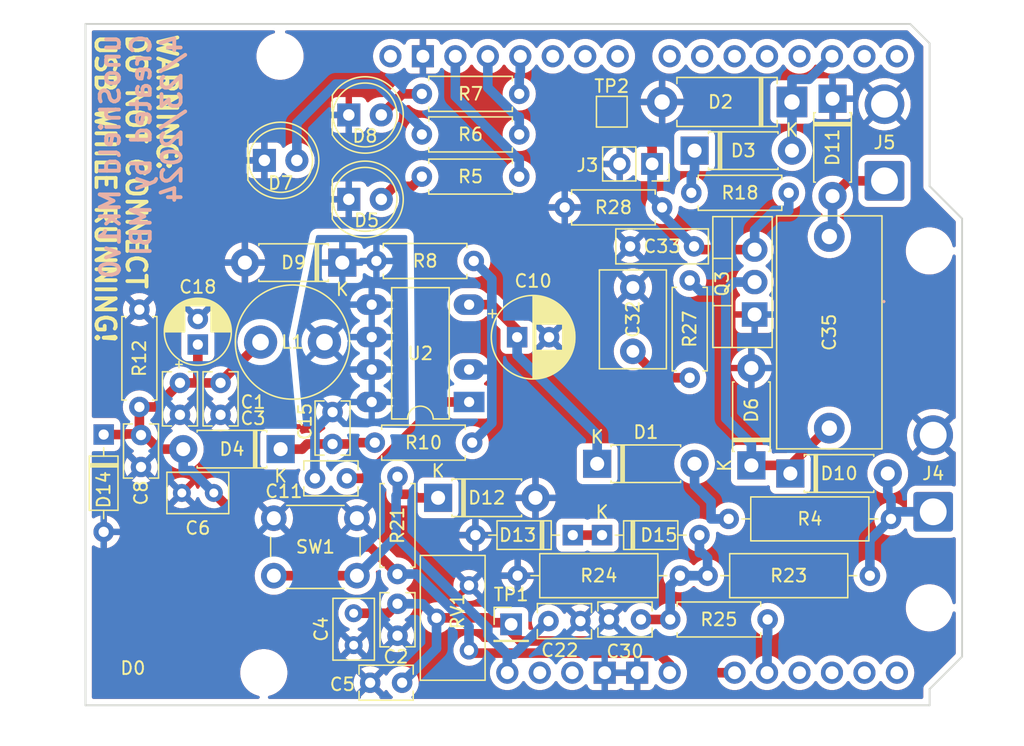
<source format=kicad_pcb>
(kicad_pcb (version 20240108) (generator "pcbnew") (generator_version "8.0")
  (layers (0 "F.Cu" signal) (31 "B.Cu" signal) (34 "B.Paste" user) (35 "F.Paste" user) (36 "B.SilkS" user "B.Silkscreen") (37 "F.SilkS" user "F.Silkscreen") (38 "B.Mask" user) (39 "F.Mask" user) (44 "Edge.Cuts" user))
  (net 0 "")
  (net 6 "/LED1")
  (net 8 "/IN_P")
  (net 10 "GND")
  (net 11 "/RESET")
  (net 12 "+5V")
  (net 13 "/GATE")
  (net 16 "/LED0")
  (net 23 "/LED2")
  (net 26 "Net-(D1-K)")
  (net 27 "Net-(U2-BP{slash}M)")
  (net 28 "Net-(D9-K)")
  (net 29 "Net-(D15-A)")
  (net 30 "/SNUBBER")
  (net 31 "/GATE_OUT")
  (net 32 "/CAP_IN")
  (net 33 "/CAP_OUT")
  (net 34 "Net-(D1-A)")
  (net 35 "Net-(D3-K)")
  (net 36 "Net-(D5-A)")
  (net 37 "Net-(D7-A)")
  (net 38 "Net-(D8-A)")
  (net 39 "LINE")
  (net 40 "Net-(U2-FB)")
  (net 41 "/IN_N")
  (net 42 "Net-(D4-K)")
  (net 43 "Net-(D13-K)")
  (footprint "Resistor_THT:R_Axial_DIN0207_L6.3mm_D2.5mm_P7.62mm_Horizontal" (layer "F.Cu") (at 147.828 65.024)
    (property "Reference" "R7" (at 3.81 0 0) (layer "F.SilkS"))
    (property "Value" "220")
    (pad "1" thru_hole circle (at 0 0) (size 1.6 1.6) (drill 0.8) (layers "*.Cu" "*.Mask") (net 38 "Net-(D8-A)"))
    (pad "2" thru_hole oval (at 7.62 0) (size 1.6 1.6) (drill 0.8) (layers "*.Cu" "*.Mask") (net 23 "/LED2"))
  )
  (footprint "Resistor_THT:R_Axial_DIN0207_L6.3mm_D2.5mm_P7.62mm_Horizontal" (layer "F.Cu") (at 167.259 106.172)
    (property "Reference" "R25" (at 3.81 0 0) (layer "F.SilkS"))
    (property "Value" "1k")
    (pad "1" thru_hole circle (at 0 0) (size 1.6 1.6) (drill 0.8) (layers "*.Cu" "*.Mask") (net 29 "Net-(D15-A)"))
    (pad "2" thru_hole oval (at 7.62 0) (size 1.6 1.6) (drill 0.8) (layers "*.Cu" "*.Mask") (net 41 "/IN_N"))
  )
  (footprint "Resistor_THT:R_Axial_DIN0309_L9.0mm_D3.2mm_P12.70mm_Horizontal" (layer "F.Cu") (at 168.021 102.743 180)
    (property "Reference" "R24" (at 6.35 0 180) (layer "F.SilkS"))
    (property "Value" "3.6k")
    (pad "1" thru_hole circle (at 0 0 180) (size 1.6 1.6) (drill 0.8) (layers "*.Cu" "*.Mask") (net 29 "Net-(D15-A)"))
    (pad "2" thru_hole oval (at 12.7 0 180) (size 1.6 1.6) (drill 0.8) (layers "*.Cu" "*.Mask") (net 10 "GND"))
  )
  (footprint "Capacitor_THT:C_Rect_L4.0mm_W2.5mm_P2.50mm" (layer "F.Cu") (at 125.857 91.734 -90)
    (property "Reference" "C8" (at 4.532 0 90) (layer "F.SilkS"))
    (property "Value" "10n")
    (pad "1" thru_hole circle (at 0 0 270) (size 1.6 1.6) (drill 0.8) (layers "*.Cu" "*.Mask") (net 12 "+5V"))
    (pad "2" thru_hole circle (at 2.5 0 270) (size 1.6 1.6) (drill 0.8) (layers "*.Cu" "*.Mask") (net 10 "GND"))
  )
  (footprint "Button_Switch_THT:SW_PUSH_6mm" (layer "F.Cu") (at 142.748 102.743 180)
    (property "Reference" "SW1" (at 3.25 2.25 180) (layer "F.SilkS"))
    (property "Value" "SW_Push")
    (pad "1" thru_hole circle (at 0 0 270) (size 2 2) (drill 1.1) (layers "*.Cu" "*.Mask") (net 11 "/RESET"))
    (pad "1" thru_hole circle (at 6.5 0 270) (size 2 2) (drill 1.1) (layers "*.Cu" "*.Mask") (net 11 "/RESET"))
    (pad "2" thru_hole circle (at 0 4.5 270) (size 2 2) (drill 1.1) (layers "*.Cu" "*.Mask") (net 10 "GND"))
    (pad "2" thru_hole circle (at 6.5 4.5 270) (size 2 2) (drill 1.1) (layers "*.Cu" "*.Mask") (net 10 "GND"))
  )
  (footprint "Resistor_THT:R_Axial_DIN0309_L9.0mm_D3.2mm_P12.70mm_Horizontal" (layer "F.Cu") (at 182.88 102.743 180)
    (property "Reference" "R23" (at 6.35 0 180) (layer "F.SilkS"))
    (property "Value" "476.4k")
    (pad "1" thru_hole circle (at 0 0 180) (size 1.6 1.6) (drill 0.8) (layers "*.Cu" "*.Mask") (net 39 "LINE"))
    (pad "2" thru_hole oval (at 12.7 0 180) (size 1.6 1.6) (drill 0.8) (layers "*.Cu" "*.Mask") (net 29 "Net-(D15-A)"))
  )
  (footprint "Resistor_THT:R_Axial_DIN0207_L6.3mm_D2.5mm_P7.62mm_Horizontal" (layer "F.Cu") (at 168.783 79.629 -90)
    (property "Reference" "R27" (at 3.81 0 90) (layer "F.SilkS"))
    (property "Value" "27")
    (pad "1" thru_hole circle (at 0 0 270) (size 1.6 1.6) (drill 0.8) (layers "*.Cu" "*.Mask") (net 32 "/CAP_IN"))
    (pad "2" thru_hole oval (at 7.62 0 270) (size 1.6 1.6) (drill 0.8) (layers "*.Cu" "*.Mask") (net 30 "/SNUBBER"))
  )
  (footprint "Diode_THT:D_DO-35_SOD27_P7.62mm_Horizontal" (layer "F.Cu") (at 122.936 91.694 -90)
    (property "Reference" "D14" (at 4.318 0 90) (layer "F.SilkS"))
    (property "Value" "1N5231B")
    (pad "1" thru_hole rect (at 0 0 270) (size 1.6 1.6) (drill 0.8) (layers "*.Cu" "*.Mask") (net 12 "+5V"))
    (pad "2" thru_hole oval (at 7.62 0 270) (size 1.6 1.6) (drill 0.8) (layers "*.Cu" "*.Mask") (net 10 "GND"))
  )
  (footprint "Capacitor_THT:C_Rect_L18.0mm_W8.0mm_P15.00mm_FKS3_FKP3" (layer "F.Cu") (at 179.705 91.193 90)
    (property "Reference" "C35" (at 7.5 0 -90) (layer "F.SilkS"))
    (property "Value" "1u 400v")
    (pad "1" thru_hole circle (at 0 0 90) (size 2.4 2.4) (drill 1.2) (layers "*.Cu" "*.Mask") (net 32 "/CAP_IN"))
    (pad "2" thru_hole circle (at 15 0 90) (size 2.4 2.4) (drill 1.2) (layers "*.Cu" "*.Mask") (net 33 "/CAP_OUT"))
  )
  (footprint "LED_THT:LED_D5.0mm" (layer "F.Cu") (at 142.113 73.279)
    (property "Reference" "D5" (at 1.397 1.651 0) (layer "F.SilkS"))
    (property "Value" "LED")
    (pad "1" thru_hole rect (at 0 0) (size 1.8 1.8) (drill 0.9) (layers "*.Cu" "*.Mask") (net 10 "GND"))
    (pad "2" thru_hole circle (at 2.54 0) (size 1.8 1.8) (drill 0.9) (layers "*.Cu" "*.Mask") (net 36 "Net-(D5-A)"))
  )
  (footprint "Resistor_THT:R_Axial_DIN0309_L9.0mm_D3.2mm_P12.70mm_Horizontal" (layer "F.Cu") (at 184.531 98.298 180)
    (property "Reference" "R4" (at 6.35 0 180) (layer "F.SilkS"))
    (property "Value" "470")
    (pad "1" thru_hole circle (at 0 0 180) (size 1.6 1.6) (drill 0.8) (layers "*.Cu" "*.Mask") (net 39 "LINE"))
    (pad "2" thru_hole oval (at 12.7 0 180) (size 1.6 1.6) (drill 0.8) (layers "*.Cu" "*.Mask") (net 34 "Net-(D1-A)"))
  )
  (footprint "Diode_THT:D_DO-35_SOD27_P7.62mm_Horizontal" (layer "F.Cu") (at 161.925 99.568)
    (property "Reference" "D15" (at 4.445 0 0) (layer "F.SilkS"))
    (property "Value" "1N5231B")
    (fp_text user "K" (at 0 -1.8 0) (layer "F.SilkS"))
    (pad "1" thru_hole rect (at 0 0) (size 1.6 1.6) (drill 0.8) (layers "*.Cu" "*.Mask") (net 43 "Net-(D13-K)"))
    (pad "2" thru_hole oval (at 7.62 0) (size 1.6 1.6) (drill 0.8) (layers "*.Cu" "*.Mask") (net 29 "Net-(D15-A)"))
  )
  (footprint "Capacitor_THT:C_Rect_L4.0mm_W2.5mm_P2.50mm" (layer "F.Cu") (at 157.734 106.299)
    (property "Reference" "C22" (at 0.889 2.286 0) (layer "F.SilkS"))
    (property "Value" "10u")
    (pad "1" thru_hole circle (at 0 0) (size 1.6 1.6) (drill 0.8) (layers "*.Cu" "*.Mask") (net 11 "/RESET"))
    (pad "2" thru_hole circle (at 2.5 0) (size 1.6 1.6) (drill 0.8) (layers "*.Cu" "*.Mask") (net 10 "GND"))
  )
  (footprint "Resistor_THT:R_Axial_DIN0207_L6.3mm_D2.5mm_P7.62mm_Horizontal" (layer "F.Cu") (at 147.828 68.199)
    (property "Reference" "R6" (at 3.81 0 0) (layer "F.SilkS"))
    (property "Value" "220")
    (pad "1" thru_hole circle (at 0 0) (size 1.6 1.6) (drill 0.8) (layers "*.Cu" "*.Mask") (net 37 "Net-(D7-A)"))
    (pad "2" thru_hole oval (at 7.62 0) (size 1.6 1.6) (drill 0.8) (layers "*.Cu" "*.Mask") (net 6 "/LED1"))
  )
  (footprint "Capacitor_THT:CP_Radial_D6.3mm_P2.50mm" (layer "F.Cu") (at 155.2816 84.074)
    (property "Reference" "C10" (at 1.25 -4.4 0) (layer "F.SilkS"))
    (property "Value" "2.2u 400v")
    (pad "1" thru_hole rect (at 0 0) (size 1.6 1.6) (drill 0.8) (layers "*.Cu" "*.Mask") (net 26 "Net-(D1-K)"))
    (pad "2" thru_hole circle (at 2.5 0) (size 1.6 1.6) (drill 0.8) (layers "*.Cu" "*.Mask") (net 10 "GND"))
  )
  (footprint "Capacitor_THT:C_Rect_L4.6mm_W3.0mm_P2.50mm_MKS02_FKP02" (layer "F.Cu") (at 131.552 96.266 180)
    (property "Reference" "C6" (at 1.25 -2.75 180) (layer "F.SilkS"))
    (property "Value" "u1")
    (pad "1" thru_hole circle (at 0 0 180) (size 1.4 1.4) (drill 0.7) (layers "*.Cu" "*.Mask") (net 12 "+5V"))
    (pad "2" thru_hole circle (at 2.5 0 180) (size 1.4 1.4) (drill 0.7) (layers "*.Cu" "*.Mask") (net 10 "GND"))
  )
  (footprint "Connector_Wire:SolderWire-1.5sqmm_1x02_P6mm_D1.7mm_OD3mm" (layer "F.Cu") (at 184.023 71.834 90)
    (property "Reference" "J5" (at 3 0 0) (layer "F.SilkS"))
    (property "Value" "CDI")
    (pad "1" thru_hole roundrect (at 0 0 90) (size 3.1 3.1) (drill 2.1) (layers "*.Cu" "*.Mask") (roundrect_rratio 0.080645) (net 33 "/CAP_OUT"))
    (pad "2" thru_hole circle (at 6 0 90) (size 3.1 3.1) (drill 2.1) (layers "*.Cu" "*.Mask") (net 10 "GND"))
  )
  (footprint "Capacitor_THT:C_Rect_L4.0mm_W2.5mm_P2.50mm" (layer "F.Cu") (at 141.966 95.123 180)
    (property "Reference" "C11" (at 4.933 -1.016 180) (layer "F.SilkS"))
    (property "Value" "1u 35v")
    (pad "1" thru_hole circle (at 0 0 180) (size 1.6 1.6) (drill 0.8) (layers "*.Cu" "*.Mask") (net 27 "Net-(U2-BP{slash}M)"))
    (pad "2" thru_hole circle (at 2.5 0 180) (size 1.6 1.6) (drill 0.8) (layers "*.Cu" "*.Mask") (net 28 "Net-(D9-K)"))
  )
  (footprint "LED_THT:LED_D5.0mm" (layer "F.Cu") (at 135.509 70.231)
    (property "Reference" "D7" (at 1.27 1.778 0) (layer "F.SilkS"))
    (property "Value" "LED")
    (pad "1" thru_hole rect (at 0 0) (size 1.8 1.8) (drill 0.9) (layers "*.Cu" "*.Mask") (net 10 "GND"))
    (pad "2" thru_hole circle (at 2.54 0) (size 1.8 1.8) (drill 0.9) (layers "*.Cu" "*.Mask") (net 37 "Net-(D7-A)"))
  )
  (footprint "Resistor_THT:R_Axial_DIN0207_L6.3mm_D2.5mm_P7.62mm_Horizontal" (layer "F.Cu") (at 145.923 102.616 90)
    (property "Reference" "R21" (at 3.81 0 -90) (layer "F.SilkS"))
    (property "Value" "10k")
    (pad "1" thru_hole circle (at 0 0 90) (size 1.6 1.6) (drill 0.8) (layers "*.Cu" "*.Mask") (net 12 "+5V"))
    (pad "2" thru_hole oval (at 7.62 0 90) (size 1.6 1.6) (drill 0.8) (layers "*.Cu" "*.Mask") (net 11 "/RESET"))
  )
  (footprint "Capacitor_THT:C_Disc_D7.5mm_W5.0mm_P5.00mm" (layer "F.Cu") (at 164.338 85.177 90)
    (property "Reference" "C32" (at 2.5 0 -90) (layer "F.SilkS"))
    (property "Value" "22p 300v")
    (pad "1" thru_hole circle (at 0 0 90) (size 2 2) (drill 1) (layers "*.Cu" "*.Mask") (net 30 "/SNUBBER"))
    (pad "2" thru_hole circle (at 5 0 90) (size 2 2) (drill 1) (layers "*.Cu" "*.Mask") (net 10 "GND"))
  )
  (footprint "Diode_THT:D_DO-41_SOD81_P7.62mm_Horizontal" (layer "F.Cu") (at 149.098 96.647)
    (property "Reference" "D12" (at 3.81 0 0) (layer "F.SilkS"))
    (property "Value" "1N5819")
    (fp_text user "K" (at 0 -2.1 0) (layer "F.SilkS"))
    (pad "1" thru_hole rect (at 0 0) (size 2.2 2.2) (drill 1.1) (layers "*.Cu" "*.Mask") (net 11 "/RESET"))
    (pad "2" thru_hole oval (at 7.62 0) (size 2.2 2.2) (drill 1.1) (layers "*.Cu" "*.Mask") (net 10 "GND"))
  )
  (footprint "Package_DIP:PowerIntegrations_PDIP-8C" (layer "F.Cu") (at 151.526 89.144 180)
    (property "Reference" "U2" (at 3.825 3.8 180) (layer "F.SilkS"))
    (property "Value" "LNK3206D")
    (pad "1" thru_hole rect (at 0 0 180) (size 2.4 1.6) (drill 0.8) (layers "*.Cu" "*.Mask") (net 27 "Net-(U2-BP{slash}M)"))
    (pad "2" thru_hole oval (at 0 2.54 180) (size 2.4 1.6) (drill 0.8) (layers "*.Cu" "*.Mask") (net 40 "Net-(U2-FB)"))
    (pad "4" thru_hole oval (at 0 7.62 180) (size 2.4 1.6) (drill 0.8) (layers "*.Cu" "*.Mask") (net 26 "Net-(D1-K)"))
    (pad "5" thru_hole oval (at 7.62 7.62 180) (size 2.4 1.6) (drill 0.8) (layers "*.Cu" "*.Mask") (net 28 "Net-(D9-K)"))
    (pad "6" thru_hole oval (at 7.62 5.08 180) (size 2.4 1.6) (drill 0.8) (layers "*.Cu" "*.Mask") (net 28 "Net-(D9-K)"))
    (pad "7" thru_hole oval (at 7.62 2.54 180) (size 2.4 1.6) (drill 0.8) (layers "*.Cu" "*.Mask") (net 28 "Net-(D9-K)"))
    (pad "8" thru_hole oval (at 7.62 0 180) (size 2.4 1.6) (drill 0.8) (layers "*.Cu" "*.Mask") (net 28 "Net-(D9-K)"))
  )
  (footprint "Diode_THT:D_DO-15_P10.16mm_Horizontal" (layer "F.Cu") (at 176.784 65.659 180)
    (property "Reference" "D2" (at 5.588 0 180) (layer "F.SilkS"))
    (property "Value" "SA5.0A-TP")
    (fp_text user "K" (at 0 -2.2 180) (layer "F.SilkS"))
    (pad "1" thru_hole rect (at 0 0 180) (size 2.4 2.4) (drill 1.2) (layers "*.Cu" "*.Mask") (net 13 "/GATE"))
    (pad "2" thru_hole oval (at 10.16 0 180) (size 2.4 2.4) (drill 1.2) (layers "*.Cu" "*.Mask") (net 10 "GND"))
  )
  (footprint "Resistor_THT:R_Axial_DIN0207_L6.3mm_D2.5mm_P7.62mm_Horizontal" (layer "F.Cu") (at 147.828 71.501)
    (property "Reference" "R5" (at 3.81 0 0) (layer "F.SilkS"))
    (property "Value" "220")
    (pad "1" thru_hole circle (at 0 0) (size 1.6 1.6) (drill 0.8) (layers "*.Cu" "*.Mask") (net 36 "Net-(D5-A)"))
    (pad "2" thru_hole oval (at 7.62 0) (size 1.6 1.6) (drill 0.8) (layers "*.Cu" "*.Mask") (net 16 "/LED0"))
  )
  (footprint "Capacitor_THT:C_Rect_L4.0mm_W2.5mm_P2.50mm" (layer "F.Cu") (at 164.973 106.172 180)
    (property "Reference" "C30" (at 1.25 -2.5 180) (layer "F.SilkS"))
    (property "Value" "10n")
    (pad "1" thru_hole circle (at 0 0 180) (size 1.6 1.6) (drill 0.8) (layers "*.Cu" "*.Mask") (net 29 "Net-(D15-A)"))
    (pad "2" thru_hole circle (at 2.5 0 180) (size 1.6 1.6) (drill 0.8) (layers "*.Cu" "*.Mask") (net 10 "GND"))
  )
  (footprint "Diode_THT:D_DO-35_SOD27_P7.62mm_Horizontal" (layer "F.Cu") (at 159.639 99.568 180)
    (property "Reference" "D13" (at 4.318 0 180) (layer "F.SilkS"))
    (property "Value" "1N5231B")
    (pad "1" thru_hole rect (at 0 0 180) (size 1.6 1.6) (drill 0.8) (layers "*.Cu" "*.Mask") (net 43 "Net-(D13-K)"))
    (pad "2" thru_hole oval (at 7.62 0 180) (size 1.6 1.6) (drill 0.8) (layers "*.Cu" "*.Mask") (net 10 "GND"))
  )
  (footprint "Diode_THT:D_DO-41_SOD81_P7.62mm_Horizontal" (layer "F.Cu") (at 161.544 93.98)
    (property "Reference" "D1" (at 3.81 -2.47 0) (layer "F.SilkS"))
    (property "Value" "1N4007")
    (fp_text user "K" (at 0 -2.1 0) (layer "F.SilkS"))
    (pad "1" thru_hole rect (at 0 0) (size 2.2 2.2) (drill 1.1) (layers "*.Cu" "*.Mask") (net 26 "Net-(D1-K)"))
    (pad "2" thru_hole oval (at 7.62 0) (size 2.2 2.2) (drill 1.1) (layers "*.Cu" "*.Mask") (net 34 "Net-(D1-A)"))
  )
  (footprint "Resistor_THT:R_Axial_DIN0207_L6.3mm_D2.5mm_P7.62mm_Horizontal" (layer "F.Cu") (at 151.892 78.105 180)
    (property "Reference" "R8" (at 3.81 0 180) (layer "F.SilkS"))
    (property "Value" "2k 1%")
    (pad "1" thru_hole circle (at 0 0 180) (size 1.6 1.6) (drill 0.8) (layers "*.Cu" "*.Mask") (net 40 "Net-(U2-FB)"))
    (pad "2" thru_hole oval (at 7.62 0 180) (size 1.6 1.6) (drill 0.8) (layers "*.Cu" "*.Mask") (net 28 "Net-(D9-K)"))
  )
  (footprint "Inductor_THT:L_Radial_D8.7mm_P5.00mm_Fastron_07HCP" (layer "F.Cu") (at 140.208 84.455 180)
    (property "Reference" "L1" (at 2.5 0 180) (layer "F.SilkS"))
    (property "Value" "3300uH")
    (pad "1" thru_hole circle (at 0 0 180) (size 2.6 2.6) (drill 1.3) (layers "*.Cu" "*.Mask") (net 28 "Net-(D9-K)"))
    (pad "2" thru_hole circle (at 5 0 180) (size 2.6 2.6) (drill 1.3) (layers "*.Cu" "*.Mask") (net 12 "+5V"))
  )
  (footprint "TestPoint:TestPoint_Pad_2.0x2.0mm" (layer "F.Cu") (at 162.687 66.421)
    (property "Reference" "TP2" (at 0 -1.998 0) (layer "F.SilkS"))
    (property "Value" "GATE_OUT")
    (pad "1" smd rect (at 0 0) (size 2 2) (layers "F.Cu" "F.Mask") (net 31 "/GATE_OUT"))
  )
  (footprint "Diode_THT:D_DO-41_SOD81_P7.62mm_Horizontal" (layer "F.Cu") (at 141.605 78.232 180)
    (property "Reference" "D9" (at 3.81 0 180) (layer "F.SilkS"))
    (property "Value" "1N4937")
    (fp_text user "K" (at 0 -2.1 180) (layer "F.SilkS"))
    (pad "1" thru_hole rect (at 0 0 180) (size 2.2 2.2) (drill 1.1) (layers "*.Cu" "*.Mask") (net 28 "Net-(D9-K)"))
    (pad "2" thru_hole oval (at 7.62 0 180) (size 2.2 2.2) (drill 1.1) (layers "*.Cu" "*.Mask") (net 10 "GND"))
  )
  (footprint "Capacitor_THT:C_Disc_D7.0mm_W2.5mm_P5.00mm" (layer "F.Cu") (at 169.124 76.962 180)
    (property "Reference" "C33" (at 2.5 0 180) (layer "F.SilkS"))
    (property "Value" "1n 300v")
    (pad "1" thru_hole circle (at 0 0 180) (size 1.6 1.6) (drill 0.8) (layers "*.Cu" "*.Mask") (net 31 "/GATE_OUT"))
    (pad "2" thru_hole circle (at 5 0 180) (size 1.6 1.6) (drill 0.8) (layers "*.Cu" "*.Mask") (net 10 "GND"))
  )
  (footprint "Potentiometer_THT:Potentiometer_Bourns_3296Y_Vertical" (layer "F.Cu") (at 151.516 108.585 -90)
    (property "Reference" "RV1" (at -3.048 0.894 90) (layer "F.SilkS"))
    (property "Value" "100k")
    (pad "1" thru_hole circle (at 0 0 270) (size 1.44 1.44) (drill 0.8) (layers "*.Cu" "*.Mask") (net 12 "+5V"))
    (pad "2" thru_hole circle (at -2.54 2.54 270) (size 1.44 1.44) (drill 0.8) (layers "*.Cu" "*.Mask") (net 8 "/IN_P"))
    (pad "3" thru_hole circle (at -5.08 0 270) (size 1.44 1.44) (drill 0.8) (layers "*.Cu" "*.Mask") (net 10 "GND"))
  )
  (footprint "Resistor_THT:R_Axial_DIN0207_L6.3mm_D2.5mm_P7.62mm_Horizontal" (layer "F.Cu") (at 125.73 81.915 -90)
    (property "Reference" "R12" (at 3.81 0 90) (layer "F.SilkS"))
    (property "Value" "680")
    (pad "1" thru_hole circle (at 0 0 270) (size 1.6 1.6) (drill 0.8) (layers "*.Cu" "*.Mask") (net 10 "GND"))
    (pad "2" thru_hole oval (at 7.62 0 270) (size 1.6 1.6) (drill 0.8) (layers "*.Cu" "*.Mask") (net 12 "+5V"))
  )
  (footprint "Resistor_THT:R_Axial_DIN0207_L6.3mm_D2.5mm_P7.62mm_Horizontal" (layer "F.Cu") (at 166.624 73.914 180)
    (property "Reference" "R28" (at 3.81 0 180) (layer "F.SilkS"))
    (property "Value" "1k")
    (pad "1" thru_hole circle (at 0 0 180) (size 1.6 1.6) (drill 0.8) (layers "*.Cu" "*.Mask") (net 31 "/GATE_OUT"))
    (pad "2" thru_hole oval (at 7.62 0 180) (size 1.6 1.6) (drill 0.8) (layers "*.Cu" "*.Mask") (net 10 "GND"))
  )
  (footprint "Diode_THT:D_DO-41_SOD81_P7.62mm_Horizontal" (layer "F.Cu") (at 169.164 69.469)
    (property "Reference" "D3" (at 3.81 0 0) (layer "F.SilkS"))
    (property "Value" "1N5819")
    (pad "1" thru_hole rect (at 0 0) (size 2.2 2.2) (drill 1.1) (layers "*.Cu" "*.Mask") (net 35 "Net-(D3-K)"))
    (pad "2" thru_hole oval (at 7.62 0) (size 2.2 2.2) (drill 1.1) (layers "*.Cu" "*.Mask") (net 13 "/GATE"))
  )
  (footprint "Capacitor_THT:CP_Radial_D5.0mm_P2.00mm" (layer "F.Cu") (at 130.302 84.6481 90)
    (property "Reference" "C18" (at 4.5111 0 0) (layer "F.SilkS"))
    (property "Value" "100u 10v")
    (pad "1" thru_hole rect (at 0 0 90) (size 1.6 1.6) (drill 0.8) (layers "*.Cu" "*.Mask") (net 12 "+5V"))
    (pad "2" thru_hole circle (at 2 0 90) (size 1.6 1.6) (drill 0.8) (layers "*.Cu" "*.Mask") (net 10 "GND"))
  )
  (footprint "Capacitor_THT:C_Rect_L4.6mm_W3.0mm_P2.50mm_MKS02_FKP02" (layer "F.Cu") (at 142.494 105.684 -90)
    (property "Reference" "C4" (at 1.25 2.54 90) (layer "F.SilkS"))
    (property "Value" "u1")
    (pad "1" thru_hole circle (at 0 0 270) (size 1.4 1.4) (drill 0.7) (layers "*.Cu" "*.Mask") (net 8 "/IN_P"))
    (pad "2" thru_hole circle (at 2.5 0 270) (size 1.4 1.4) (drill 0.7) (layers "*.Cu" "*.Mask") (net 10 "GND"))
  )
  (footprint "Resistor_THT:R_Axial_DIN0207_L6.3mm_D2.5mm_P7.62mm_Horizontal" (layer "F.Cu") (at 151.765 92.329 180)
    (property "Reference" "R10" (at 3.81 0 180) (layer "F.SilkS"))
    (property "Value" "2.94k 1%")
    (pad "1" thru_hole circle (at 0 0 180) (size 1.6 1.6) (drill 0.8) (layers "*.Cu" "*.Mask") (net 40 "Net-(U2-FB)"))
    (pad "2" thru_hole oval (at 7.62 0 180) (size 1.6 1.6) (drill 0.8) (layers "*.Cu" "*.Mask") (net 42 "Net-(D4-K)"))
  )
  (footprint "Connector_Wire:SolderWire-1.5sqmm_1x02_P6mm_D1.7mm_OD3mm" (layer "F.Cu") (at 187.833 97.742 90)
    (property "Reference" "J4" (at 3 0 0) (layer "F.SilkS"))
    (property "Value" "MAG")
    (pad "1" thru_hole roundrect (at 0 0 90) (size 3.1 3.1) (drill 2.1) (layers "*.Cu" "*.Mask") (roundrect_rratio 0.080645) (net 39 "LINE"))
    (pad "2" thru_hole circle (at 6 0 90) (size 3.1 3.1) (drill 2.1) (layers "*.Cu" "*.Mask") (net 10 "GND"))
  )
  (footprint "Capacitor_THT:C_Rect_L4.0mm_W2.5mm_P2.50mm" (layer "F.Cu") (at 140.843 92.436 90)
    (property "Reference" "C15" (at 1.758 -2.159 -90) (layer "F.SilkS"))
    (property "Value" "10u 16v")
    (pad "1" thru_hole circle (at 0 0 90) (size 1.6 1.6) (drill 0.8) (layers "*.Cu" "*.Mask") (net 42 "Net-(D4-K)"))
    (pad "2" thru_hole circle (at 2.5 0 90) (size 1.6 1.6) (drill 0.8) (layers "*.Cu" "*.Mask") (net 28 "Net-(D9-K)"))
  )
  (footprint "Diode_THT:D_DO-41_SOD81_P7.62mm_Horizontal" (layer "F.Cu") (at 179.959 65.405 -90)
    (property "Reference" "D11" (at 3.81 0 90) (layer "F.SilkS"))
    (property "Value" "1N4007")
    (pad "1" thru_hole rect (at 0 0 270) (size 2.2 2.2) (drill 1.1) (layers "*.Cu" "*.Mask") (net 10 "GND"))
    (pad "2" thru_hole oval (at 7.62 0 270) (size 2.2 2.2) (drill 1.1) (layers "*.Cu" "*.Mask") (net 33 "/CAP_OUT"))
  )
  (footprint "arduino-library:Arduino_Uno_R2_Shield" (layer "F.Cu") (at 121.494 112.8792)
    (property "Reference" "A2" (hide yes))
    (property "Value" "Arduino_Uno_R2_Shield")
    (fp_line (start 0.02 -53.33) (end 0.02 0.01) (stroke (width 0.15)) (layer "Edge.Cuts"))
    (fp_line (start 0.02 -53.33) (end 64.536 -53.33) (stroke (width 0.15)) (layer "Edge.Cuts"))
    (fp_line (start 0.02 0.01) (end 66.06 0.01) (stroke (width 0.15)) (layer "Edge.Cuts"))
    (fp_line (start 64.536 -53.33) (end 66.06 -51.806) (stroke (width 0.15)) (layer "Edge.Cuts"))
    (fp_line (start 66.06 -40.63) (end 66.06 -51.806) (stroke (width 0.15)) (layer "Edge.Cuts"))
    (fp_line (start 66.06 -1.26) (end 68.6 -3.8) (stroke (width 0.15)) (layer "Edge.Cuts"))
    (fp_line (start 66.06 0.01) (end 66.06 -1.26) (stroke (width 0.15)) (layer "Edge.Cuts"))
    (fp_line (start 68.6 -38.09) (end 66.06 -40.63) (stroke (width 0.15)) (layer "Edge.Cuts"))
    (fp_line (start 68.6 -3.8) (end 68.6 -38.09) (stroke (width 0.15)) (layer "Edge.Cuts"))
    (fp_text user "." (at 62.484 -32.004 0) (layer "B.SilkS"))
    (fp_text user "D0" (at 3.728 -2.8972 0) (layer "F.SilkS"))
    (pad "" np_thru_hole circle (at 13.97 -2.54) (size 3.2 3.2) (drill 3.2) (layers "*.Cu" "*.Mask"))
    (pad "" np_thru_hole circle (at 15.24 -50.8) (size 3.2 3.2) (drill 3.2) (layers "*.Cu" "*.Mask"))
    (pad "" np_thru_hole circle (at 66.04 -35.56) (size 3.2 3.2) (drill 3.2) (layers "*.Cu" "*.Mask"))
    (pad "" np_thru_hole circle (at 66.04 -7.62) (size 3.2 3.2) (drill 3.2) (layers "*.Cu" "*.Mask"))
    (pad "3V3" thru_hole oval (at 35.56 -2.54) (size 1.7272 1.7272) (drill 1.016) (layers "*.Cu" "*.Mask"))
    (pad "5V1" thru_hole oval (at 38.1 -2.54) (size 1.7272 1.7272) (drill 1.016) (layers "*.Cu" "*.Mask"))
    (pad "A0" thru_hole oval (at 50.8 -2.54) (size 1.7272 1.7272) (drill 1.016) (layers "*.Cu" "*.Mask") (net 8 "/IN_P"))
    (pad "A1" thru_hole oval (at 53.34 -2.54) (size 1.7272 1.7272) (drill 1.016) (layers "*.Cu" "*.Mask") (net 41 "/IN_N"))
    (pad "A2" thru_hole oval (at 55.88 -2.54) (size 1.7272 1.7272) (drill 1.016) (layers "*.Cu" "*.Mask"))
    (pad "A3" thru_hole oval (at 58.42 -2.54) (size 1.7272 1.7272) (drill 1.016) (layers "*.Cu" "*.Mask"))
    (pad "A4" thru_hole oval (at 60.96 -2.54) (size 1.7272 1.7272) (drill 1.016) (layers "*.Cu" "*.Mask"))
    (pad "A5" thru_hole oval (at 63.5 -2.54) (size 1.7272 1.7272) (drill 1.016) (layers "*.Cu" "*.Mask"))
    (pad "AREF" thru_hole oval (at 23.876 -50.8) (size 1.7272 1.7272) (drill 1.016) (layers "*.Cu" "*.Mask"))
    (pad "D0" thru_hole oval (at 63.5 -50.8) (size 1.7272 1.7272) (drill 1.016) (layers "*.Cu" "*.Mask"))
    (pad "D1" thru_hole oval (at 60.96 -50.8) (size 1.7272 1.7272) (drill 1.016) (layers "*.Cu" "*.Mask"))
    (pad "D2" thru_hole oval (at 58.42 -50.8) (size 1.7272 1.7272) (drill 1.016) (layers "*.Cu" "*.Mask") (net 13 "/GATE"))
    (pad "D3" thru_hole oval (at 55.88 -50.8) (size 1.7272 1.7272) (drill 1.016) (layers "*.Cu" "*.Mask"))
    (pad "D4" thru_hole oval (at 53.34 -50.8) (size 1.7272 1.7272) (drill 1.016) (layers "*.Cu" "*.Mask"))
    (pad "D5" thru_hole oval (at 50.8 -50.8) (size 1.7272 1.7272) (drill 1.016) (layers "*.Cu" "*.Mask"))
    (pad "D6" thru_hole oval (at 48.26 -50.8) (size 1.7272 1.7272) (drill 1.016) (layers "*.Cu" "*.Mask"))
    (pad "D7" thru_hole oval (at 45.72 -50.8) (size 1.7272 1.7272) (drill 1.016) (layers "*.Cu" "*.Mask"))
    (pad "D8" thru_hole oval (at 41.656 -50.8) (size 1.7272 1.7272) (drill 1.016) (layers "*.Cu" "*.Mask"))
    (pad "D9" thru_hole oval (at 39.116 -50.8) (size 1.7272 1.7272) (drill 1.016) (layers "*.Cu" "*.Mask"))
    (pad "D10" thru_hole oval (at 36.576 -50.8) (size 1.7272 1.7272) (drill 1.016) (layers "*.Cu" "*.Mask"))
    (pad "D11" thru_hole oval (at 34.036 -50.8) (size 1.7272 1.7272) (drill 1.016) (layers "*.Cu" "*.Mask") (net 23 "/LED2"))
    (pad "D12" thru_hole oval (at 31.496 -50.8) (size 1.7272 1.7272) (drill 1.016) (layers "*.Cu" "*.Mask") (net 6 "/LED1"))
    (pad "D13" thru_hole oval (at 28.956 -50.8) (size 1.7272 1.7272) (drill 1.016) (layers "*.Cu" "*.Mask") (net 16 "/LED0"))
    (pad "GND1" thru_hole rect (at 26.416 -50.8) (size 1.7272 1.7272) (drill 1.016) (layers "*.Cu" "*.Mask") (net 10 "GND"))
    (pad "GND2" thru_hole rect (at 40.64 -2.54) (size 1.7272 1.7272) (drill 1.016) (layers "*.Cu" "*.Mask") (net 10 "GND"))
    (pad "GND3" thru_hole rect (at 43.18 -2.54) (size 1.7272 1.7272) (drill 1.016) (layers "*.Cu" "*.Mask") (net 10 "GND"))
    (pad "RST1" thru_hole oval (at 33.02 -2.54) (size 1.7272 1.7272) (drill 1.016) (layers "*.Cu" "*.Mask") (net 11 "/RESET"))
    (pad "VIN" thru_hole oval (at 45.72 -2.54) (size 1.7272 1.7272) (drill 1.016) (layers "*.Cu" "*.Mask") (net 12 "+5V"))
  )
  (footprint "Diode_THT:D_DO-41_SOD81_P7.62mm_Horizontal" (layer "F.Cu") (at 173.609 94.107 90)
    (property "Reference" "D6" (at 4.318 0 -90) (layer "F.SilkS"))
    (property "Value" "1N4007")
    (fp_text user "K" (at 0 -2.1 -90) (layer "F.SilkS"))
    (pad "1" thru_hole rect (at 0 0 90) (size 2.2 2.2) (drill 1.1) (layers "*.Cu" "*.Mask") (net 32 "/CAP_IN"))
    (pad "2" thru_hole oval (at 7.62 0 90) (size 2.2 2.2) (drill 1.1) (layers "*.Cu" "*.Mask") (net 10 "GND"))
  )
  (footprint "LED_THT:LED_D5.0mm" (layer "F.Cu") (at 142.113 66.675)
    (property "Reference" "D8" (at 1.27 1.651 0) (layer "F.SilkS"))
    (property "Value" "LED")
    (pad "1" thru_hole rect (at 0 0) (size 1.8 1.8) (drill 0.9) (layers "*.Cu" "*.Mask") (net 10 "GND"))
    (pad "2" thru_hole circle (at 2.54 0) (size 1.8 1.8) (drill 0.9) (layers "*.Cu" "*.Mask") (net 38 "Net-(D8-A)"))
  )
  (footprint "Connector_PinSocket_2.54mm:PinSocket_1x02_P2.54mm_Vertical" (layer "F.Cu") (at 165.842 70.51 -90)
    (property "Reference" "J3" (at 0.102 5.06 180) (layer "F.SilkS"))
    (property "Value" "KILL")
    (pad "1" thru_hole rect (at 0 0 270) (size 1.7 1.7) (drill 1) (layers "*.Cu" "*.Mask") (net 31 "/GATE_OUT"))
    (pad "2" thru_hole oval (at 0 2.54 270) (size 1.7 1.7) (drill 1) (layers "*.Cu" "*.Mask") (net 10 "GND"))
  )
  (footprint "Capacitor_THT:C_Rect_L4.0mm_W2.5mm_P2.50mm" (layer "F.Cu") (at 146.284 111.125 180)
    (property "Reference" "C5" (at 4.679 -0.127 180) (layer "F.SilkS"))
    (property "Value" "10n")
    (pad "1" thru_hole circle (at 0 0 180) (size 1.6 1.6) (drill 0.8) (layers "*.Cu" "*.Mask") (net 8 "/IN_P"))
    (pad "2" thru_hole circle (at 2.5 0 180) (size 1.6 1.6) (drill 0.8) (layers "*.Cu" "*.Mask") (net 10 "GND"))
  )
  (footprint "Diode_THT:D_DO-41_SOD81_P7.62mm_Horizontal" (layer "F.Cu") (at 176.657 94.742)
    (property "Reference" "D10" (at 3.81 0 0) (layer "F.SilkS"))
    (property "Value" "1N4007")
    (pad "1" thru_hole rect (at 0 0) (size 2.2 2.2) (drill 1.1) (layers "*.Cu" "*.Mask") (net 32 "/CAP_IN"))
    (pad "2" thru_hole oval (at 7.62 0) (size 2.2 2.2) (drill 1.1) (layers "*.Cu" "*.Mask") (net 39 "LINE"))
  )
  (footprint "Package_TO_SOT_THT:TO-220-3_Vertical" (layer "F.Cu") (at 173.863 82.296 90)
    (property "Reference" "Q3" (at 2.413 -2.54 -90) (layer "F.SilkS"))
    (property "Value" "TIC106")
    (pad "1" thru_hole rect (at 0 0 90) (size 1.905 2) (drill 1.1) (layers "*.Cu" "*.Mask") (net 10 "GND"))
    (pad "2" thru_hole oval (at 2.54 0 90) (size 1.905 2) (drill 1.1) (layers "*.Cu" "*.Mask") (net 32 "/CAP_IN"))
    (pad "3" thru_hole oval (at 5.08 0 90) (size 1.905 2) (drill 1.1) (layers "*.Cu" "*.Mask") (net 31 "/GATE_OUT"))
  )
  (footprint "Capacitor_THT:C_Rect_L4.0mm_W2.5mm_P2.50mm" (layer "F.Cu") (at 145.923 104.942 -90)
    (property "Reference" "C2" (at 4.151 0.127 180) (layer "F.SilkS"))
    (property "Value" "1u")
    (pad "1" thru_hole circle (at 0 0 270) (size 1.6 1.6) (drill 0.8) (layers "*.Cu" "*.Mask") (net 8 "/IN_P"))
    (pad "2" thru_hole circle (at 2.5 0 270) (size 1.6 1.6) (drill 0.8) (layers "*.Cu" "*.Mask") (net 10 "GND"))
  )
  (footprint "Connector_PinHeader_2.54mm:PinHeader_1x01_P2.54mm_Vertical" (layer "F.Cu") (at 154.813 106.553)
    (property "Reference" "TP1" (at 0 -2.33 0) (layer "F.SilkS"))
    (property "Value" "VREF")
    (pad "1" thru_hole rect (at 0 0) (size 1.7 1.7) (drill 1) (layers "*.Cu" "*.Mask") (net 8 "/IN_P"))
  )
  (footprint "Diode_THT:D_DO-41_SOD81_P7.62mm_Horizontal" (layer "F.Cu") (at 136.779 92.837 180)
    (property "Reference" "D4" (at 3.81 0 180) (layer "F.SilkS"))
    (property "Value" "1N4007")
    (fp_text user "K" (at 0 -2.1 180) (layer "F.SilkS"))
    (pad "1" thru_hole rect (at 0 0 180) (size 2.2 2.2) (drill 1.1) (layers "*.Cu" "*.Mask") (net 42 "Net-(D4-K)"))
    (pad "2" thru_hole oval (at 7.62 0 180) (size 2.2 2.2) (drill 1.1) (layers "*.Cu" "*.Mask") (net 12 "+5V"))
  )
  (footprint "Capacitor_THT:C_Rect_L4.0mm_W2.5mm_P2.50mm" (layer "F.Cu") (at 132.08 87.65 -90)
    (property "Reference" "C1" (at 1.504 -2.54 180) (layer "F.SilkS"))
    (property "Value" "10u")
    (pad "1" thru_hole circle (at 0 0 270) (size 1.6 1.6) (drill 0.8) (layers "*.Cu" "*.Mask") (net 12 "+5V"))
    (pad "2" thru_hole circle (at 2.5 0 270) (size 1.6 1.6) (drill 0.8) (layers "*.Cu" "*.Mask") (net 10 "GND"))
  )
  (footprint "Capacitor_THT:C_Rect_L4.0mm_W2.5mm_P2.50mm" (layer "F.Cu") (at 128.905 87.65 -90)
    (property "Reference" "C3" (at 2.774 -5.715 180) (layer "F.SilkS"))
    (property "Value" "1u")
    (pad "1" thru_hole circle (at 0 0 270) (size 1.6 1.6) (drill 0.8) (layers "*.Cu" "*.Mask") (net 12 "+5V"))
    (pad "2" thru_hole circle (at 2.5 0 270) (size 1.6 1.6) (drill 0.8) (layers "*.Cu" "*.Mask") (net 10 "GND"))
  )
  (footprint "Resistor_THT:R_Axial_DIN0207_L6.3mm_D2.5mm_P7.62mm_Horizontal" (layer "F.Cu") (at 168.91 72.771)
    (property "Reference" "R18" (at 3.81 0 0) (layer "F.SilkS"))
    (property "Value" "100")
    (pad "1" thru_hole circle (at 0 0) (size 1.6 1.6) (drill 0.8) (layers "*.Cu" "*.Mask") (net 35 "Net-(D3-K)"))
    (pad "2" thru_hole oval (at 7.62 0) (size 1.6 1.6) (drill 0.8) (layers "*.Cu" "*.Mask") (net 31 "/GATE_OUT"))
  )
  (gr_text "unoShield Mk1v0\nCreated by MBI\n4/23/2024\n\n" (at 131.572 60.198 -270) (layer "B.SilkS") (effects (font (size 1.5 1.5) (thickness 0.3) (bold yes)) (justify left bottom mirror)))
  (gr_text "WARNING:\nDO NOT CONNECT\nUSB WHILE RUNNING!" (at 122.174 60.198 -90) (layer "F.SilkS") (effects (font (size 1.5 1.5) (thickness 0.3) (bold yes)) (justify left bottom)))
  (segment (start 155.448 68.199) (end 155.448 66.8223) (width 0.75) (layer "B.Cu") (net 6))
  (segment (start 152.99 64.5364) (end 152.99 62.0792) (width 0.75) (layer "B.Cu") (net 6))
  (segment (start 155.448 66.8223) (end 155.2759 66.8223) (width 0.75) (layer "B.Cu") (net 6))
  (segment (start 155.2759 66.8223) (end 152.99 64.5364) (width 0.75) (layer "B.Cu") (net 6))
  (segment (start 170.8537 110.3392) (end 168.3714 107.8569) (width 0.75) (layer "F.Cu") (net 8))
  (segment (start 154.813 106.426) (end 154.0997 106.426) (width 0.75) (layer "F.Cu") (net 8))
  (segment (start 172.294 110.3392) (end 170.8537 110.3392) (width 0.75) (layer "F.Cu") (net 8))
  (segment (start 148.976 106.045) (end 153.0053 106.045) (width 0.75) (layer "F.Cu") (net 8))
  (segment (start 155.5306 107.8569) (end 154.0997 106.426) (width 0.75) (layer "F.Cu") (net 8))
  (segment (start 153.0053 106.045) (end 153.3863 106.426) (width 0.75) (layer "F.Cu") (net 8))
  (segment (start 168.3714 107.8569) (end 155.5306 107.8569) (width 0.75) (layer "F.Cu") (net 8))
  (segment (start 154.0997 106.426) (end 153.3863 106.426) (width 0.75) (layer "F.Cu") (net 8))
  (segment (start 145.181 105.684) (end 145.923 104.942) (width 0.75) (layer "F.Cu") (net 8))
  (segment (start 142.494 105.684) (end 145.181 105.684) (width 0.75) (layer "F.Cu") (net 8))
  (segment (start 148.976 106.045) (end 148.976 108.433) (width 0.75) (layer "B.Cu") (net 8))
  (segment (start 147.873 104.942) (end 148.976 106.045) (width 0.75) (layer "B.Cu") (net 8))
  (segment (start 148.976 108.433) (end 146.284 111.125) (width 0.75) (layer "B.Cu") (net 8))
  (segment (start 145.923 104.942) (end 147.873 104.942) (width 0.75) (layer "B.Cu") (net 8))
  (segment (start 136.248 102.743) (end 142.748 102.743) (width 0.75) (layer "F.Cu") (net 11))
  (segment (start 145.923 94.996) (end 145.923 96.3727) (width 0.75) (layer "F.Cu") (net 11))
  (segment (start 147.147 96.3727) (end 145.923 96.3727) (width 0.75) (layer "F.Cu") (net 11))
  (segment (start 149.098 96.647) (end 147.4213 96.647) (width 0.75) (layer "F.Cu") (net 11))
  (segment (start 147.4213 96.647) (end 147.147 96.3727) (width 0.75) (layer "F.Cu") (net 11))
  (segment (start 145.8114 99.6796) (end 145.8129 99.6796) (width 0.75) (layer "B.Cu") (net 11))
  (segment (start 157.647 106.299) (end 155.0471 108.8989) (width 0.75) (layer "B.Cu") (net 11))
  (segment (start 152.9908 106.8575) (end 152.9908 107.3757) (width 0.75) (layer "B.Cu") (net 11))
  (segment (start 145.8129 99.6796) (end 145.8129 96.4828) (width 0.75) (layer "B.Cu") (net 11))
  (segment (start 154.514 110.3392) (end 154.514 108.8989) (width 0.75) (layer "B.Cu") (net 11))
  (segment (start 142.748 102.743) (end 145.8114 99.6796) (width 0.75) (layer "B.Cu") (net 11))
  (segment (start 145.8129 99.6796) (end 152.9908 106.8575) (width 0.75) (layer "B.Cu") (net 11))
  (segment (start 145.923 94.996) (end 145.923 96.3727) (width 0.75) (layer "B.Cu") (net 11))
  (segment (start 145.8129 96.4828) (end 145.923 96.3727) (width 0.75) (layer "B.Cu") (net 11))
  (segment (start 152.9908 107.3757) (end 154.514 108.8989) (width 0.75) (layer "B.Cu") (net 11))
  (segment (start 155.0471 108.8989) (end 154.514 108.8989) (width 0.75) (layer "B.Cu") (net 11))
  (segment (start 125.73 91.3965) (end 125.984 91.6505) (width 0.75) (layer "F.Cu") (net 12))
  (segment (start 125.984 91.6505) (end 124.6102 91.6505) (width 0.75) (layer "F.Cu") (net 12))
  (segment (start 151.516 108.585) (end 151.7379 108.8069) (width 0.75) (layer "F.Cu") (net 12))
  (segment (start 143.8 100.493) (end 145.923 102.616) (width 0.75) (layer "F.Cu") (net 12))
  (segment (start 132.207 87.65) (end 132.207 87.456) (width 0.75) (layer "F.Cu") (net 12))
  (segment (start 130.302 87.65) (end 130.302 86.0248) (width 0.75) (layer "F.Cu") (net 12))
  (segment (start 127.234 92.837) (end 126.111 91.714) (width 0.75) (layer "F.Cu") (net 12))
  (segment (start 129.159 92.837) (end 127.234 92.837) (width 0.75) (layer "F.Cu") (net 12))
  (segment (start 131.552 96.266) (end 135.779 100.493) (width 0.75) (layer "F.Cu") (net 12))
  (segment (start 128.905 87.65) (end 127.02 89.535) (width 0.75) (layer "F.Cu") (net 12))
  (segment (start 151.7379 108.8069) (end 166.3379 108.8069) (width 0.75) (layer "F.Cu") (net 12))
  (segment (start 130.302 84.6481) (end 130.302 86.0248) (width 0.75) (layer "F.Cu") (net 12))
  (segment (start 167.214 109.683) (end 167.214 110.3392) (width 0.75) (layer "F.Cu") (net 12))
  (segment (start 127.02 89.535) (end 125.73 89.535) (width 0.75) (layer "F.Cu") (net 12))
  (segment (start 135.779 100.493) (end 143.8 100.493) (width 0.75) (layer "F.Cu") (net 12))
  (segment (start 132.207 87.456) (end 135.208 84.455) (width 0.75) (layer "F.Cu") (net 12))
  (segment (start 124.6102 91.6505) (end 124.5667 91.694) (width 0.75) (layer "F.Cu") (net 12))
  (segment (start 125.73 89.535) (end 125.73 91.3965) (width 0.75) (layer "F.Cu") (net 12))
  (segment (start 130.302 87.65) (end 132.207 87.65) (width 0.75) (layer "F.Cu") (net 12))
  (segment (start 130.302 87.65) (end 128.905 87.65) (width 0.75) (layer "F.Cu") (net 12))
  (segment (start 123.19 91.694) (end 124.5667 91.694) (width 0.75) (layer "F.Cu") (net 12))
  (segment (start 126.0475 91.6505) (end 125.984 91.6505) (width 0.75) (layer "F.Cu") (net 12))
  (segment (start 166.3379 108.8069) (end 167.214 109.683) (width 0.75) (layer "F.Cu") (net 12))
  (segment (start 126.111 91.714) (end 126.0475 91.6505) (width 0.75) (layer "F.Cu") (net 12))
  (segment (start 151.516 106.7299) (end 151.516 108.585) (width 0.75) (layer "B.Cu") (net 12))
  (segment (start 129.159 92.837) (end 129.159 94.5137) (width 0.75) (layer "B.Cu") (net 12))
  (segment (start 129.7997 94.5137) (end 129.159 94.5137) (width 0.75) (layer "B.Cu") (net 12))
  (segment (start 145.923 102.616) (end 147.4021 102.616) (width 0.75) (layer "B.Cu") (net 12))
  (segment (start 131.552 96.266) (end 129.7997 94.5137) (width 0.75) (layer "B.Cu") (net 12))
  (segment (start 147.4021 102.616) (end 151.516 106.7299) (width 0.75) (layer "B.Cu") (net 12))
  (segment (start 178.1109 63.8823) (end 179.914 62.0792) (width 0.75) (layer "B.Cu") (net 13))
  (segment (start 176.784 65.659) (end 176.784 63.8823) (width 0.75) (layer "B.Cu") (net 13))
  (segment (start 176.784 63.8823) (end 178.1109 63.8823) (width 0.75) (layer "B.Cu") (net 13))
  (segment (start 176.784 69.469) (end 176.784 65.659) (width 0.75) (layer "B.Cu") (net 13))
  (segment (start 155.448 70.1243) (end 155.362 70.1243) (width 0.75) (layer "B.Cu") (net 16))
  (segment (start 155.362 70.1243) (end 150.45 65.2123) (width 0.75) (layer "B.Cu") (net 16))
  (segment (start 155.448 71.501) (end 155.448 70.1243) (width 0.75) (layer "B.Cu") (net 16))
  (segment (start 150.45 65.2123) (end 150.45 62.0792) (width 0.75) (layer "B.Cu") (net 16))
  (segment (start 155.53 63.5653) (end 155.53 62.0792) (width 0.75) (layer "B.Cu") (net 23))
  (segment (start 155.448 65.024) (end 155.448 63.6473) (width 0.75) (layer "B.Cu") (net 23))
  (segment (start 155.448 63.6473) (end 155.53 63.5653) (width 0.75) (layer "B.Cu") (net 23))
  (segment (start 155.2816 84.074) (end 155.2816 83.5029) (width 0.75) (layer "F.Cu") (net 26))
  (segment (start 155.2816 83.5029) (end 153.3027 81.524) (width 0.75) (layer "F.Cu") (net 26))
  (segment (start 153.3027 81.524) (end 151.526 81.524) (width 0.75) (layer "F.Cu") (net 26))
  (segment (start 155.2816 84.074) (end 155.2816 85.4507) (width 0.75) (layer "B.Cu") (net 26))
  (segment (start 161.544 93.98) (end 161.544 91.7131) (width 0.75) (layer "B.Cu") (net 26))
  (segment (start 161.544 91.7131) (end 155.2816 85.4507) (width 0.75) (layer "B.Cu") (net 26))
  (segment (start 149.277 89.144) (end 151.526 89.144) (width 0.75) (layer "F.Cu") (net 27))
  (segment (start 141.966 95.123) (end 143.298 95.123) (width 0.75) (layer "F.Cu") (net 27))
  (segment (start 143.298 95.123) (end 149.277 89.144) (width 0.75) (layer "F.Cu") (net 27))
  (segment (start 139.466 95.123) (end 139.466 91.313) (width 0.75) (layer "B.Cu") (net 28))
  (segment (start 139.466 91.313) (end 140.843 89.936) (width 0.75) (layer "B.Cu") (net 28))
  (segment (start 164.973 106.172) (end 167.259 106.172) (width 0.75) (layer "F.Cu") (net 29))
  (segment (start 169.7584 100.9447) (end 170.18 101.3663) (width 0.75) (layer "B.Cu") (net 29))
  (segment (start 167.259 103.505) (end 168.021 102.743) (width 0.75) (layer "B.Cu") (net 29))
  (segment (start 169.545 99.568) (end 169.545 100.9447) (width 0.75) (layer "B.Cu") (net 29))
  (segment (start 168.021 102.743) (end 168.8033 102.743) (width 0.75) (layer "B.Cu") (net 29))
  (segment (start 170.18 102.743) (end 168.8033 102.743) (width 0.75) (layer "B.Cu") (net 29))
  (segment (start 170.18 102.743) (end 170.18 101.3663) (width 0.75) (layer "B.Cu") (net 29))
  (segment (start 169.545 100.9447) (end 169.7584 100.9447) (width 0.75) (layer "B.Cu") (net 29))
  (segment (start 167.259 106.172) (end 167.259 103.505) (width 0.75) (layer "B.Cu") (net 29))
  (segment (start 164.338 85.177) (end 166.41 87.249) (width 0.75) (layer "F.Cu") (net 30))
  (segment (start 166.41 87.249) (end 168.783 87.249) (width 0.75) (layer "F.Cu") (net 30))
  (segment (start 165.842 70.51) (end 165.842 69.0833) (width 0.75) (layer "F.Cu") (net 31))
  (segment (start 169.124 76.962) (end 169.378 77.216) (width 0.75) (layer "F.Cu") (net 31))
  (segment (start 163.1797 66.421) (end 162.687 66.421) (width 0.75) (layer "F.Cu") (net 31))
  (segment (start 169.378 77.216) (end 173.863 77.216) (width 0.75) (layer "F.Cu") (net 31))
  (segment (start 165.842 69.0833) (end 163.1797 66.421) (width 0.75) (layer "F.Cu") (net 31))
  (segment (start 165.842 70.51) (end 165.842 73.132) (width 0.75) (layer "B.Cu") (net 31))
  (segment (start 173.863 77.216) (end 173.863 75.6868) (width 0.75) (layer "B.Cu") (net 31))
  (segment (start 166.624 74.462) (end 166.624 73.914) (width 0.75) (layer "B.Cu") (net 31))
  (segment (start 169.124 76.962) (end 166.624 74.462) (width 0.75) (layer "B.Cu") (net 31))
  (segment (start 176.53 72.771) (end 176.53 74.1477) (width 0.75) (layer "B.Cu") (net 31))
  (segment (start 165.842 73.132) (end 166.624 73.914) (width 0.75) (layer "B.Cu") (net 31))
  (segment (start 173.863 75.6868) (end 175.4021 74.1477) (width 0.75) (layer "B.Cu") (net 31))
  (segment (start 175.4021 74.1477) (end 176.53 74.1477) (width 0.75) (layer "B.Cu") (net 31))
  (segment (start 173.609 94.107) (end 176.657 94.107) (width 0.75) (layer "F.Cu") (net 32))
  (segment (start 179.705 91.193) (end 179.571 91.193) (width 0.75) (layer "F.Cu") (net 32))
  (segment (start 176.657 94.742) (end 176.657 94.107) (width 0.75) (layer "F.Cu") (net 32))
  (segment (start 179.571 91.193) (end 176.657 94.107) (width 0.75) (layer "F.Cu") (net 32))
  (segment (start 169.5902 80.4362) (end 171.6061 80.4362) (width 0.75) (layer "B.Cu") (net 32))
  (segment (start 173.863 79.756) (end 172.2863 79.756) (width 0.75) (layer "B.Cu") (net 32))
  (segment (start 171.6061 80.4362) (end 172.2863 79.756) (width 0.75) (layer "B.Cu") (net 32))
  (segment (start 168.783 79.629) (end 169.5902 80.4362) (width 0.75) (layer "B.Cu") (net 32))
  (segment (start 173.609 94.107) (end 173.609 92.4303) (width 0.75) (layer "B.Cu") (net 32))
  (segment (start 173.609 92.4303) (end 171.6061 90.4274) (width 0.75) (layer "B.Cu") (net 32))
  (segment (start 171.6061 90.4274) (end 171.6061 80.4362) (width 0.75) (layer "B.Cu") (net 32))
  (segment (start 181.15 71.834) (end 184.023 71.834) (width 0.75) (layer "F.Cu") (net 33))
  (segment (start 179.959 73.025) (end 181.15 71.834) (width 0.75) (layer "F.Cu") (net 33))
  (segment (start 179.959 75.939) (end 179.959 73.025) (width 0.75) (layer "B.Cu") (net 33))
  (segment (start 179.705 76.193) (end 179.959 75.939) (width 0.75) (layer "B.Cu") (net 33))
  (segment (start 170.4543 96.947) (end 170.4543 98.298) (width 0.75) (layer "B.Cu") (net 34))
  (segment (start 169.164 95.6567) (end 170.4543 96.947) (width 0.75) (layer "B.Cu") (net 34))
  (segment (start 169.164 93.98) (end 169.164 95.6567) (width 0.75) (layer "B.Cu") (net 34))
  (segment (start 171.831 98.298) (end 170.4543 98.298) (width 0.75) (layer "B.Cu") (net 34))
  (segment (start 169.164 71.1457) (end 168.91 71.3997) (width 0.75) (layer "B.Cu") (net 35))
  (segment (start 169.164 69.469) (end 169.164 71.1457) (width 0.75) (layer "B.Cu") (net 35))
  (segment (start 168.91 71.3997) (end 168.91 72.771) (width 0.75) (layer "B.Cu") (net 35))
  (segment (start 145.669 72.263) (end 147.066 72.263) (width 0.75) (layer "F.Cu") (net 36))
  (segment (start 147.066 72.263) (end 147.828 71.501) (width 0.75) (layer "F.Cu") (net 36))
  (segment (start 144.653 73.279) (end 145.669 72.263) (width 0.75) (layer "F.Cu") (net 36))
  (segment (start 147.828 67.7152) (end 147.828 68.199) (width 0.75) (layer "B.Cu") (net 37))
  (segment (start 138.049 67.31) (end 141.097 64.262) (width 0.75) (layer "B.Cu") (net 37))
  (segment (start 141.097 64.262) (end 144.3748 64.262) (width 0.75) (layer "B.Cu") (net 37))
  (segment (start 138.049 70.231) (end 138.049 67.31) (width 0.75) (layer "B.Cu") (net 37))
  (segment (start 144.3748 64.262) (end 147.828 67.7152) (width 0.75) (layer "B.Cu") (net 37))
  (segment (start 144.653 66.675) (end 146.304 65.024) (width 0.75) (layer "F.Cu") (net 38))
  (segment (start 146.304 65.024) (end 147.828 65.024) (width 0.75) (layer "F.Cu") (net 38))
  (segment (start 184.531 98.298) (end 182.88 99.949) (width 0.75) (layer "B.Cu") (net 39))
  (segment (start 184.277 96.4187) (end 184.531 96.6727) (width 0.75) (layer "B.Cu") (net 39))
  (segment (start 184.531 97.742) (end 184.531 98.298) (width 0.75) (layer "B.Cu") (net 39))
  (segment (start 182.88 99.949) (end 182.88 102.743) (width 0.75) (layer "B.Cu") (net 39))
  (segment (start 184.277 94.742) (end 184.277 96.4187) (width 0.75) (layer "B.Cu") (net 39))
  (segment (start 184.531 97.742) (end 187.833 97.742) (width 0.75) (layer "B.Cu") (net 39))
  (segment (start 184.531 96.6727) (end 184.531 97.742) (width 0.75) (layer "B.Cu") (net 39))
  (segment (start 153.3027 79.5157) (end 153.3027 86.604) (width 0.75) (layer "B.Cu") (net 40))
  (segment (start 153.3027 90.7913) (end 153.3027 86.604) (width 0.75) (layer "B.Cu") (net 40))
  (segment (start 151.526 86.604) (end 153.3027 86.604) (width 0.75) (layer "B.Cu") (net 40))
  (segment (start 151.526 86.604) (end 153.3027 86.604) (width 0.75) (layer "B.Cu") (net 40))
  (segment (start 151.892 78.105) (end 153.3027 79.5157) (width 0.75) (layer "B.Cu") (net 40))
  (segment (start 151.765 92.329) (end 153.3027 90.7913) (width 0.75) (layer "B.Cu") (net 40))
  (segment (start 174.879 107.5487) (end 174.834 107.5937) (width 0.75) (layer "B.Cu") (net 41))
  (segment (start 174.879 106.172) (end 174.879 107.5487) (width 0.75) (layer "B.Cu") (net 41))
  (segment (start 174.834 107.5937) (end 174.834 110.3392) (width 0.75) (layer "B.Cu") (net 41))
  (segment (start 136.779 92.837) (end 138.4557 92.837) (width 0.75) (layer "F.Cu") (net 42))
  (segment (start 142.6613 92.436) (end 140.843 92.436) (width 0.75) (layer "F.Cu") (net 42))
  (segment (start 140.843 92.436) (end 138.8567 92.436) (width 0.75) (layer "F.Cu") (net 42))
  (segment (start 138.8567 92.436) (end 138.4557 92.837) (width 0.75) (layer "F.Cu") (net 42))
  (segment (start 142.7683 92.329) (end 142.6613 92.436) (width 0.75) (layer "F.Cu") (net 42))
  (segment (start 144.145 92.329) (end 142.7683 92.329) (width 0.75) (layer "F.Cu") (net 42))
  (segment (start 159.639 99.568) (end 161.925 99.568) (width 0.75) (layer "F.Cu") (net 43))
  (zone (net 0) (net_name "") (layer "F.Cu") (connect_pads (clearance 0)) (min_thickness 0.25)
    (keepout (tracks allowed) (vias allowed) (pads allowed) (copperpour not_allowed) (footprints allowed))
    (fill (thermal_gap 0.5) (thermal_bridge_width 0.5))
    (polygon (pts (xy 137.414 75.565) (xy 149.606 75.565) (xy 149.606 91.059) (xy 133.604 90.805) (xy 133.604 80.264) (xy 135.89 79.756)))
  )
  (zone (net 10) (net_name "GND") (layers "F&B.Cu") (connect_pads (clearance 0.5)) (min_thickness 0.25) (fill yes (thermal_gap 0.5) (thermal_bridge_width 0.5))
    (polygon (pts (xy 120.015 58.293) (xy 194.945 58.547) (xy 193.04 115.824) (xy 118.491 116.078)))
  )
  (zone (net 28) (net_name "Net-(D9-K)") (layer "B.Cu") (priority 1) (connect_pads (clearance 0.5)) (min_thickness 0.25) (fill yes (thermal_gap 0.5) (thermal_bridge_width 0.5))
    (polygon (pts (xy 139.573 76.073) (xy 137.922 84.201) (xy 138.557 91.059) (xy 146.812 91.186) (xy 146.685 76.073)))
  )
)
</source>
